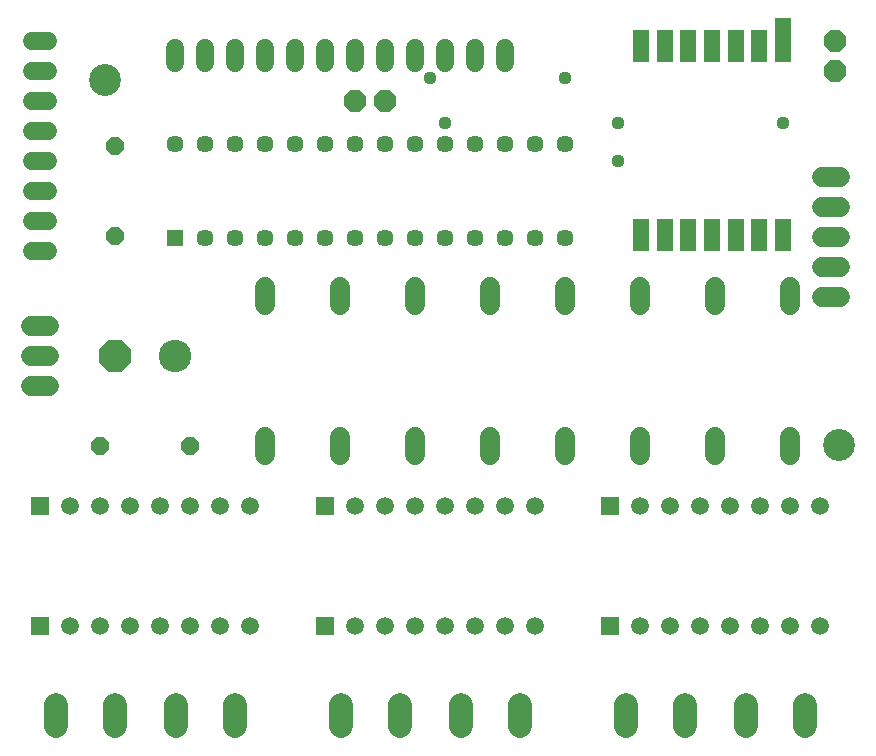
<source format=gbr>
G04 EAGLE Gerber RS-274X export*
G75*
%MOMM*%
%FSLAX34Y34*%
%LPD*%
%INSoldermask Top*%
%IPPOS*%
%AMOC8*
5,1,8,0,0,1.08239X$1,22.5*%
G01*
%ADD10C,2.702559*%
%ADD11R,1.511200X1.511200*%
%ADD12C,1.511200*%
%ADD13C,2.743200*%
%ADD14P,2.969212X8X202.500000*%
%ADD15P,1.951982X8X292.500000*%
%ADD16P,1.951982X8X202.500000*%
%ADD17C,1.727200*%
%ADD18C,1.524000*%
%ADD19R,1.444200X1.444200*%
%ADD20C,1.444200*%
%ADD21P,1.649562X8X22.500000*%
%ADD22P,1.649562X8X112.500000*%
%ADD23R,1.473200X2.743200*%
%ADD24C,1.993900*%
%ADD25C,1.117600*%
%ADD26R,1.409600X1.409600*%


D10*
X80772Y589280D03*
X702056Y279654D03*
D11*
X508000Y127000D03*
X508000Y228600D03*
D12*
X533400Y127000D03*
X533400Y228600D03*
X558800Y127000D03*
X558800Y228600D03*
X584200Y127000D03*
X584200Y228600D03*
X609600Y127000D03*
X609600Y228600D03*
X635000Y127000D03*
X635000Y228600D03*
X660400Y127000D03*
X660400Y228600D03*
X685800Y127000D03*
X685800Y228600D03*
D11*
X266700Y127000D03*
X266700Y228600D03*
D12*
X292100Y127000D03*
X292100Y228600D03*
X317500Y127000D03*
X317500Y228600D03*
X342900Y127000D03*
X342900Y228600D03*
X368300Y127000D03*
X368300Y228600D03*
X393700Y127000D03*
X393700Y228600D03*
X419100Y127000D03*
X419100Y228600D03*
X444500Y127000D03*
X444500Y228600D03*
D11*
X25400Y127000D03*
X25400Y228600D03*
D12*
X50800Y127000D03*
X50800Y228600D03*
X76200Y127000D03*
X76200Y228600D03*
X101600Y127000D03*
X101600Y228600D03*
X127000Y127000D03*
X127000Y228600D03*
X152400Y127000D03*
X152400Y228600D03*
X177800Y127000D03*
X177800Y228600D03*
X203200Y127000D03*
X203200Y228600D03*
D13*
X139700Y355600D03*
D14*
X88900Y355600D03*
D15*
X698500Y622300D03*
X698500Y596900D03*
D16*
X317500Y571500D03*
X292100Y571500D03*
D17*
X533400Y287020D02*
X533400Y271780D01*
X533400Y398780D02*
X533400Y414020D01*
X596900Y287020D02*
X596900Y271780D01*
X596900Y398780D02*
X596900Y414020D01*
X342900Y287020D02*
X342900Y271780D01*
X342900Y398780D02*
X342900Y414020D01*
X660400Y287020D02*
X660400Y271780D01*
X660400Y398780D02*
X660400Y414020D01*
X469900Y287020D02*
X469900Y271780D01*
X469900Y398780D02*
X469900Y414020D01*
X406400Y287020D02*
X406400Y271780D01*
X406400Y398780D02*
X406400Y414020D01*
X215900Y287020D02*
X215900Y271780D01*
X215900Y398780D02*
X215900Y414020D01*
X279400Y287020D02*
X279400Y271780D01*
X279400Y398780D02*
X279400Y414020D01*
D18*
X419100Y602996D02*
X419100Y616204D01*
X393700Y616204D02*
X393700Y602996D01*
X368300Y602996D02*
X368300Y616204D01*
X342900Y616204D02*
X342900Y602996D01*
X317500Y602996D02*
X317500Y616204D01*
X292100Y616204D02*
X292100Y602996D01*
X266700Y602996D02*
X266700Y616204D01*
X241300Y616204D02*
X241300Y602996D01*
X215900Y602996D02*
X215900Y616204D01*
X190500Y616204D02*
X190500Y602996D01*
X165100Y602996D02*
X165100Y616204D01*
X139700Y616204D02*
X139700Y602996D01*
D19*
X139700Y455610D03*
D20*
X165100Y455610D03*
X190500Y455610D03*
X215900Y455610D03*
X241300Y455610D03*
X266700Y455610D03*
X292100Y455610D03*
X317500Y455610D03*
X342900Y455610D03*
X368300Y455610D03*
X393700Y455610D03*
X419100Y455610D03*
X444500Y455610D03*
X469900Y455610D03*
X469900Y534990D03*
X444500Y534990D03*
X419100Y534990D03*
X393700Y534990D03*
X368300Y534990D03*
X342900Y534990D03*
X317500Y534990D03*
X292100Y534990D03*
X266700Y534990D03*
X241300Y534990D03*
X215900Y534990D03*
X190500Y534990D03*
X165100Y534990D03*
X139700Y534990D03*
D18*
X32004Y622300D02*
X18796Y622300D01*
X18796Y596900D02*
X32004Y596900D01*
X32004Y571500D02*
X18796Y571500D01*
X18796Y546100D02*
X32004Y546100D01*
X32004Y520700D02*
X18796Y520700D01*
X18796Y495300D02*
X32004Y495300D01*
X32004Y469900D02*
X18796Y469900D01*
X18796Y444500D02*
X32004Y444500D01*
D17*
X33020Y330200D02*
X17780Y330200D01*
X17780Y355600D02*
X33020Y355600D01*
X33020Y381000D02*
X17780Y381000D01*
D21*
X76200Y279400D03*
X152400Y279400D03*
D22*
X88900Y457200D03*
X88900Y533400D03*
D23*
X534360Y457718D03*
X554360Y457718D03*
X574360Y457718D03*
X594360Y457718D03*
X614360Y457718D03*
X634360Y457718D03*
X654360Y457718D03*
X534360Y617718D03*
X554360Y617718D03*
X574360Y617718D03*
X594360Y617718D03*
X614360Y617718D03*
X634360Y617718D03*
X654360Y617718D03*
D24*
X622700Y59754D02*
X622700Y41847D01*
X672700Y41847D02*
X672700Y59754D01*
X521100Y59754D02*
X521100Y41847D01*
X571100Y41847D02*
X571100Y59754D01*
X279800Y59754D02*
X279800Y41847D01*
X329800Y41847D02*
X329800Y59754D01*
X381400Y59754D02*
X381400Y41847D01*
X431400Y41847D02*
X431400Y59754D01*
X38500Y59754D02*
X38500Y41847D01*
X88500Y41847D02*
X88500Y59754D01*
X140100Y59754D02*
X140100Y41847D01*
X190100Y41847D02*
X190100Y59754D01*
D17*
X687578Y506730D02*
X702818Y506730D01*
X702818Y481330D02*
X687578Y481330D01*
X687578Y455930D02*
X702818Y455930D01*
X702818Y430530D02*
X687578Y430530D01*
X687578Y405130D02*
X702818Y405130D01*
D25*
X654050Y552450D03*
X355600Y590550D03*
X469900Y590550D03*
X368300Y552450D03*
X514350Y520700D03*
X514350Y552450D03*
D26*
X654304Y634492D03*
M02*

</source>
